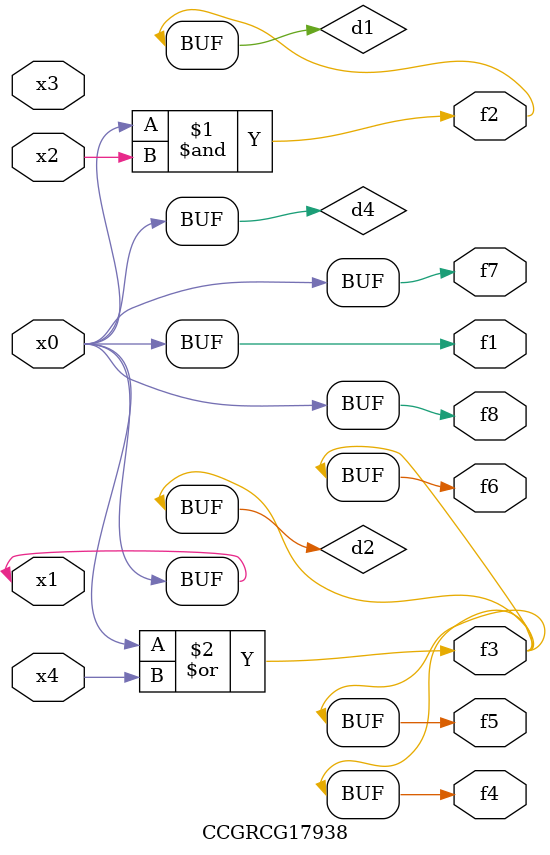
<source format=v>
module CCGRCG17938(
	input x0, x1, x2, x3, x4,
	output f1, f2, f3, f4, f5, f6, f7, f8
);

	wire d1, d2, d3, d4;

	and (d1, x0, x2);
	or (d2, x0, x4);
	nand (d3, x0, x2);
	buf (d4, x0, x1);
	assign f1 = d4;
	assign f2 = d1;
	assign f3 = d2;
	assign f4 = d2;
	assign f5 = d2;
	assign f6 = d2;
	assign f7 = d4;
	assign f8 = d4;
endmodule

</source>
